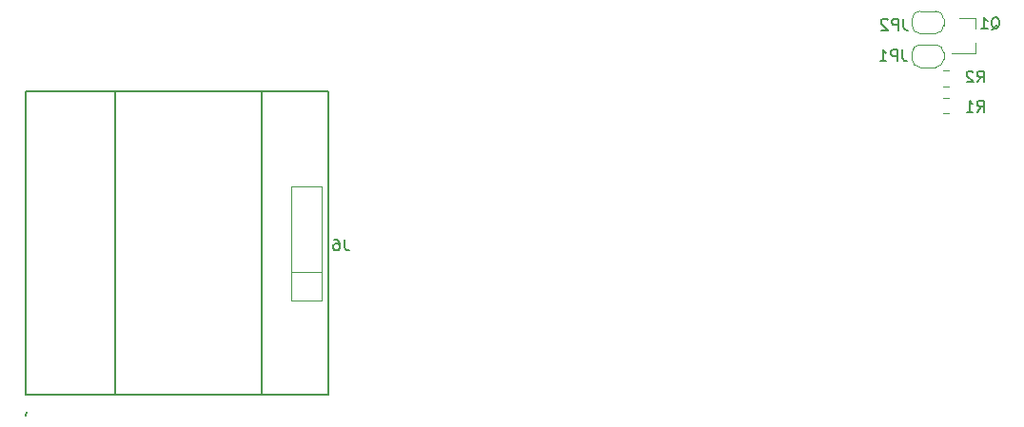
<source format=gbo>
G04 #@! TF.GenerationSoftware,KiCad,Pcbnew,5.0.2-bee76a0~70~ubuntu18.04.1*
G04 #@! TF.CreationDate,2019-01-24T05:23:48+01:00*
G04 #@! TF.ProjectId,radiador,72616469-6164-46f7-922e-6b696361645f,rev?*
G04 #@! TF.SameCoordinates,Original*
G04 #@! TF.FileFunction,Legend,Bot*
G04 #@! TF.FilePolarity,Positive*
%FSLAX46Y46*%
G04 Gerber Fmt 4.6, Leading zero omitted, Abs format (unit mm)*
G04 Created by KiCad (PCBNEW 5.0.2-bee76a0~70~ubuntu18.04.1) date jue 24 ene 2019 05:23:48 CET*
%MOMM*%
%LPD*%
G01*
G04 APERTURE LIST*
%ADD10C,0.120000*%
%ADD11C,0.150000*%
G04 APERTURE END LIST*
D10*
G04 #@! TO.C,J6*
X111270000Y-46140000D02*
X108730000Y-46140000D01*
D11*
X93000000Y-54500000D02*
X93000000Y-27500000D01*
X106000000Y-54500000D02*
X106000000Y-27500000D01*
X112000000Y-54500000D02*
X85000000Y-54500000D01*
X112000000Y-54500000D02*
X112000000Y-27500000D01*
X112000000Y-27500000D02*
X85000000Y-27500000D01*
X85000000Y-27500000D02*
X85000000Y-54500000D01*
X85150000Y-56050000D02*
X85020000Y-56390000D01*
D10*
X111330000Y-43600000D02*
X108670000Y-43600000D01*
X111330000Y-35920000D02*
X111330000Y-46140000D01*
X108670000Y-35920000D02*
X108670000Y-46140000D01*
X111330000Y-35920000D02*
X108670000Y-35920000D01*
G04 #@! TO.C,JP1*
X166003200Y-25333200D02*
G75*
G03X166703200Y-24633200I0J700000D01*
G01*
X166703200Y-24033200D02*
G75*
G03X166003200Y-23333200I-700000J0D01*
G01*
X164603200Y-23333200D02*
G75*
G03X163903200Y-24033200I0J-700000D01*
G01*
X163903200Y-24633200D02*
G75*
G03X164603200Y-25333200I700000J0D01*
G01*
X163903200Y-24033200D02*
X163903200Y-24633200D01*
X166003200Y-23333200D02*
X164603200Y-23333200D01*
X166703200Y-24633200D02*
X166703200Y-24033200D01*
X164603200Y-25333200D02*
X166003200Y-25333200D01*
G04 #@! TO.C,JP2*
X166003200Y-20336000D02*
X164603200Y-20336000D01*
X163903200Y-21036000D02*
X163903200Y-21636000D01*
X164603200Y-22336000D02*
X166003200Y-22336000D01*
X166703200Y-21636000D02*
X166703200Y-21036000D01*
X166703200Y-21036000D02*
G75*
G03X166003200Y-20336000I-700000J0D01*
G01*
X166003200Y-22336000D02*
G75*
G03X166703200Y-21636000I0J700000D01*
G01*
X163903200Y-21636000D02*
G75*
G03X164603200Y-22336000I700000J0D01*
G01*
X164603200Y-20336000D02*
G75*
G03X163903200Y-21036000I0J-700000D01*
G01*
G04 #@! TO.C,Q1*
X169568400Y-20924400D02*
X169568400Y-21854400D01*
X169568400Y-24084400D02*
X169568400Y-23154400D01*
X169568400Y-24084400D02*
X167408400Y-24084400D01*
X169568400Y-20924400D02*
X168108400Y-20924400D01*
G04 #@! TO.C,R1*
X166619422Y-28042800D02*
X167136578Y-28042800D01*
X166619422Y-29462800D02*
X167136578Y-29462800D01*
G04 #@! TO.C,R2*
X167136578Y-25655200D02*
X166619422Y-25655200D01*
X167136578Y-27075200D02*
X166619422Y-27075200D01*
G04 #@! TO.C,J6*
D11*
X113414133Y-40651180D02*
X113414133Y-41365466D01*
X113461752Y-41508323D01*
X113556990Y-41603561D01*
X113699847Y-41651180D01*
X113795085Y-41651180D01*
X112509371Y-40651180D02*
X112699847Y-40651180D01*
X112795085Y-40698800D01*
X112842704Y-40746419D01*
X112937942Y-40889276D01*
X112985561Y-41079752D01*
X112985561Y-41460704D01*
X112937942Y-41555942D01*
X112890323Y-41603561D01*
X112795085Y-41651180D01*
X112604609Y-41651180D01*
X112509371Y-41603561D01*
X112461752Y-41555942D01*
X112414133Y-41460704D01*
X112414133Y-41222609D01*
X112461752Y-41127371D01*
X112509371Y-41079752D01*
X112604609Y-41032133D01*
X112795085Y-41032133D01*
X112890323Y-41079752D01*
X112937942Y-41127371D01*
X112985561Y-41222609D01*
G04 #@! TO.C,JP1*
X163037733Y-23785580D02*
X163037733Y-24499866D01*
X163085352Y-24642723D01*
X163180590Y-24737961D01*
X163323447Y-24785580D01*
X163418685Y-24785580D01*
X162561542Y-24785580D02*
X162561542Y-23785580D01*
X162180590Y-23785580D01*
X162085352Y-23833200D01*
X162037733Y-23880819D01*
X161990114Y-23976057D01*
X161990114Y-24118914D01*
X162037733Y-24214152D01*
X162085352Y-24261771D01*
X162180590Y-24309390D01*
X162561542Y-24309390D01*
X161037733Y-24785580D02*
X161609161Y-24785580D01*
X161323447Y-24785580D02*
X161323447Y-23785580D01*
X161418685Y-23928438D01*
X161513923Y-24023676D01*
X161609161Y-24071295D01*
G04 #@! TO.C,JP2*
X163139333Y-21042380D02*
X163139333Y-21756666D01*
X163186952Y-21899523D01*
X163282190Y-21994761D01*
X163425047Y-22042380D01*
X163520285Y-22042380D01*
X162663142Y-22042380D02*
X162663142Y-21042380D01*
X162282190Y-21042380D01*
X162186952Y-21090000D01*
X162139333Y-21137619D01*
X162091714Y-21232857D01*
X162091714Y-21375714D01*
X162139333Y-21470952D01*
X162186952Y-21518571D01*
X162282190Y-21566190D01*
X162663142Y-21566190D01*
X161710761Y-21137619D02*
X161663142Y-21090000D01*
X161567904Y-21042380D01*
X161329809Y-21042380D01*
X161234571Y-21090000D01*
X161186952Y-21137619D01*
X161139333Y-21232857D01*
X161139333Y-21328095D01*
X161186952Y-21470952D01*
X161758380Y-22042380D01*
X161139333Y-22042380D01*
G04 #@! TO.C,Q1*
X170935638Y-21985219D02*
X171030876Y-21937600D01*
X171126114Y-21842361D01*
X171268971Y-21699504D01*
X171364209Y-21651885D01*
X171459447Y-21651885D01*
X171411828Y-21889980D02*
X171507066Y-21842361D01*
X171602304Y-21747123D01*
X171649923Y-21556647D01*
X171649923Y-21223314D01*
X171602304Y-21032838D01*
X171507066Y-20937600D01*
X171411828Y-20889980D01*
X171221352Y-20889980D01*
X171126114Y-20937600D01*
X171030876Y-21032838D01*
X170983257Y-21223314D01*
X170983257Y-21556647D01*
X171030876Y-21747123D01*
X171126114Y-21842361D01*
X171221352Y-21889980D01*
X171411828Y-21889980D01*
X170030876Y-21889980D02*
X170602304Y-21889980D01*
X170316590Y-21889980D02*
X170316590Y-20889980D01*
X170411828Y-21032838D01*
X170507066Y-21128076D01*
X170602304Y-21175695D01*
G04 #@! TO.C,R1*
X169686266Y-29306780D02*
X170019600Y-28830590D01*
X170257695Y-29306780D02*
X170257695Y-28306780D01*
X169876742Y-28306780D01*
X169781504Y-28354400D01*
X169733885Y-28402019D01*
X169686266Y-28497257D01*
X169686266Y-28640114D01*
X169733885Y-28735352D01*
X169781504Y-28782971D01*
X169876742Y-28830590D01*
X170257695Y-28830590D01*
X168733885Y-29306780D02*
X169305314Y-29306780D01*
X169019600Y-29306780D02*
X169019600Y-28306780D01*
X169114838Y-28449638D01*
X169210076Y-28544876D01*
X169305314Y-28592495D01*
G04 #@! TO.C,R2*
X169686266Y-26665180D02*
X170019600Y-26188990D01*
X170257695Y-26665180D02*
X170257695Y-25665180D01*
X169876742Y-25665180D01*
X169781504Y-25712800D01*
X169733885Y-25760419D01*
X169686266Y-25855657D01*
X169686266Y-25998514D01*
X169733885Y-26093752D01*
X169781504Y-26141371D01*
X169876742Y-26188990D01*
X170257695Y-26188990D01*
X169305314Y-25760419D02*
X169257695Y-25712800D01*
X169162457Y-25665180D01*
X168924361Y-25665180D01*
X168829123Y-25712800D01*
X168781504Y-25760419D01*
X168733885Y-25855657D01*
X168733885Y-25950895D01*
X168781504Y-26093752D01*
X169352933Y-26665180D01*
X168733885Y-26665180D01*
G04 #@! TD*
M02*

</source>
